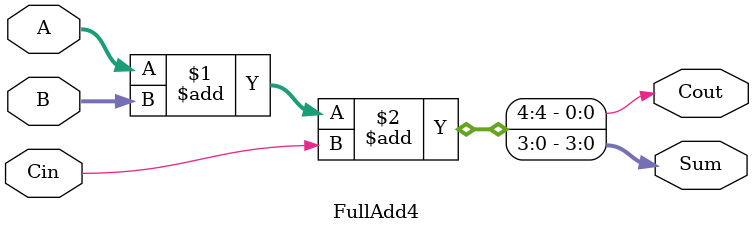
<source format=v>
  	                                            		

module FullAdd4(A, B, Cin, Sum, Cout);                	
    input [3:0] A, B;
    input Cin; 			
    output [3:0] Sum;
    output Cout;
               	          	
    assign {Cout, Sum} = A + B + Cin;

endmodule // Majority  




    
</source>
